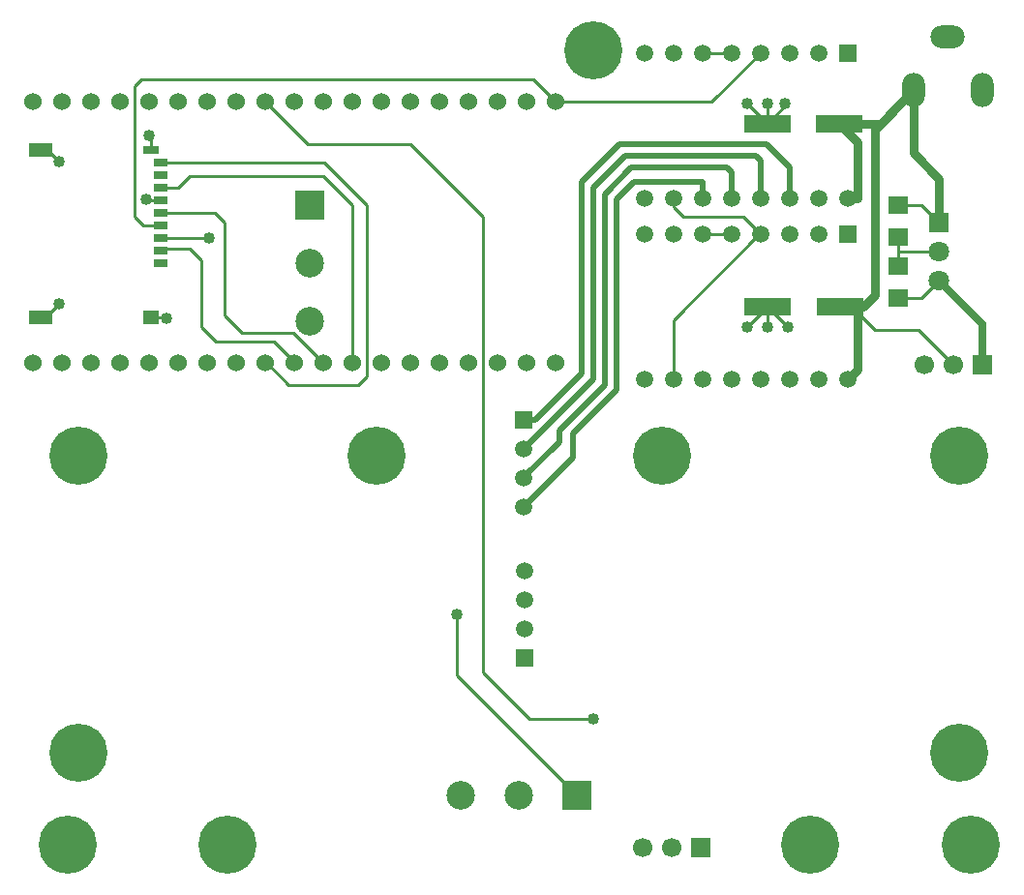
<source format=gbr>
G04 DipTrace 3.3.0.0*
G04 Top.gbr*
%MOIN*%
G04 #@! TF.FileFunction,Copper,L1,Top*
G04 #@! TF.Part,Single*
G04 #@! TA.AperFunction,Conductor*
%ADD14C,0.025*%
%ADD15C,0.02*%
%ADD16C,0.011*%
%ADD17C,0.029528*%
%ADD18C,0.03*%
%ADD22R,0.070866X0.062992*%
%ADD24R,0.163386X0.062992*%
G04 #@! TA.AperFunction,ComponentPad*
%ADD25O,0.07874X0.11811*%
%ADD26O,0.11811X0.07874*%
%ADD27R,0.066929X0.066929*%
%ADD28C,0.066929*%
%ADD29R,0.059055X0.059055*%
%ADD30C,0.059055*%
%ADD31C,0.2*%
%ADD32R,0.070866X0.070866*%
%ADD33C,0.070866*%
%ADD34R,0.098425X0.098425*%
%ADD35C,0.098425*%
%ADD36R,0.059X0.059*%
%ADD37C,0.059*%
%ADD38C,0.06*%
%ADD39R,0.051181X0.027559*%
%ADD40R,0.07874X0.047244*%
%ADD41R,0.055118X0.047244*%
%ADD42R,0.055118X0.031496*%
G04 #@! TA.AperFunction,ViaPad*
%ADD43C,0.04*%
%FSLAX26Y26*%
G04*
G70*
G90*
G75*
G01*
G04 Top*
%LPD*%
X3743386Y2244016D2*
D14*
Y2384016D1*
X3593386Y2534016D1*
X3453386Y2474016D2*
D16*
X3533386D1*
X3593386Y2534016D1*
X3453386Y2683780D2*
Y2634016D1*
Y2584252D1*
X3593386Y2634016D2*
X3453386D1*
X2933386Y3144016D2*
Y3143976D1*
X3001814Y3075549D1*
X3003386Y3144016D2*
Y3077121D1*
X3001814Y3075549D1*
X3063386Y3144016D2*
Y3137121D1*
X3001814Y3075549D1*
X3003386Y2374016D2*
Y2444016D1*
X2933386Y2374016D2*
X3003386Y2444016D1*
X3073386Y2374016D2*
X3003386Y2444016D1*
X498031Y2983780D2*
X523622D1*
X563386Y2944016D1*
X498031Y2405827D2*
X515197D1*
X563386Y2454016D1*
X879921Y2405827D2*
X931575D1*
X933386Y2404016D1*
X879921Y2983780D2*
Y3027480D1*
X873386Y3034016D1*
X913386Y2810551D2*
X866850D1*
X863386Y2814016D1*
X2678386Y2819016D2*
Y2789016D1*
X2713386Y2754016D1*
X2918386D1*
X2978386Y2694016D1*
X2272756Y3149921D2*
X2809291D1*
X2978386Y3319016D1*
Y2694016D2*
X2973386D1*
X2678386Y2399016D1*
Y2194016D1*
X2272756Y3149921D2*
Y3151102D1*
X2195197Y3228661D1*
X846772D1*
X823386Y3205276D1*
Y2754016D1*
X853465Y2723937D1*
X913386D1*
X2403386Y1024016D2*
X2183386D1*
X2023386Y1184016D1*
Y2754016D1*
X1773386Y3004016D1*
X1418661D1*
X1272756Y3149921D1*
X2163386Y2054016D2*
D15*
X2201654D1*
X2362520Y2214882D1*
Y2874331D1*
X2492205Y3004016D1*
X2998386D1*
X3078386Y2924016D1*
Y2819016D1*
X2163386Y1954016D2*
X2160709D1*
X2401890Y2195197D1*
Y2852520D1*
X2513386Y2964016D1*
X2963386D1*
X2978386Y2949016D1*
Y2819016D1*
X2878386D2*
Y2909016D1*
X2863386Y2924016D1*
X2533386D1*
X2441260Y2831890D1*
Y2175512D1*
X2283780Y2018031D1*
Y1978661D1*
X2159134Y1854016D1*
X2163386D1*
X2778386Y2819016D2*
Y2874016D1*
X2543386D1*
X2483386Y2814016D1*
Y2158583D1*
X2332992Y2008189D1*
Y1923622D1*
X2163386Y1754016D1*
X2778386Y3319016D2*
D16*
X2878386D1*
X913386Y2940472D2*
X1476929D1*
X1623386Y2794016D1*
Y2204016D1*
X1593386Y2174016D1*
X1353386D1*
X1277480Y2249921D1*
X1272756D1*
X1933386Y1384016D2*
Y1174016D1*
X2213386Y894016D1*
Y892756D1*
X2345984Y760157D1*
X913386Y2680630D2*
X1080000D1*
X2778386Y2694016D2*
X2878386D1*
X1372756Y2249921D2*
Y2254646D1*
X1303386Y2324016D1*
X1103386D1*
X1053386Y2374016D1*
Y2604016D1*
X1013386Y2644016D1*
X920079D1*
X913386Y2637323D1*
Y2853858D2*
X973228D1*
X1013386Y2894016D1*
X1473386D1*
X1572756Y2794646D1*
Y2249921D1*
X913386Y2767244D2*
X1100157D1*
X1133386Y2734016D1*
Y2414016D1*
X1193386Y2354016D1*
X1368661D1*
X1472756Y2249921D1*
X3251417Y2444016D2*
D17*
X3313386D1*
Y2229016D1*
X3278386Y2194016D1*
Y2819016D2*
X3313386D1*
Y3012008D1*
X3249845Y3075549D1*
X3504252Y3189291D2*
D18*
Y2973150D1*
X3593386Y2884016D1*
Y2734016D1*
X3249845Y3075549D2*
X3390509D1*
X3430787Y3115827D1*
X3504252Y3189291D1*
X3251417Y2444016D2*
X3333386D1*
X3373386Y2484016D1*
Y3054016D1*
X3435197Y3115827D1*
X3430787D1*
X3643386Y2244016D2*
D16*
X3523386Y2364016D1*
X3373386D1*
X3303386Y2434016D1*
X3251417D1*
Y2444016D1*
X3453386Y2794016D2*
X3533386D1*
X3593386Y2734016D1*
D43*
X2403386Y1024016D3*
X1933386Y1384016D3*
X1080000Y2680630D3*
X2933386Y3144016D3*
X3003386D3*
X3063386D3*
X3003386Y2374016D3*
X2933386D3*
X3073386D3*
X563386Y2944016D3*
Y2454016D3*
X873386Y3034016D3*
X933386Y2404016D3*
X863386Y2814016D3*
D22*
X3453386Y2794016D3*
Y2683780D3*
Y2474016D3*
Y2584252D3*
D24*
X3001814Y3075549D3*
X3249845D3*
X3003386Y2444016D3*
X3251417D3*
D25*
X3504252Y3189291D3*
X3740472D3*
D26*
X3622362Y3374331D3*
D27*
X3743386Y2244016D3*
D28*
X3643386D3*
X3543386D3*
D27*
X2770640Y581496D3*
D28*
X2670640D3*
X2570640D3*
D29*
X2163386Y2054016D3*
D30*
Y1954016D3*
Y1854016D3*
Y1754016D3*
D29*
X2165669Y1235748D3*
D30*
Y1335748D3*
Y1435748D3*
Y1535748D3*
D31*
X630236Y1929449D3*
Y905827D3*
X1653858Y1929449D3*
X1142047Y590866D3*
X3661732Y905827D3*
X2638110Y1929449D3*
X3661732D3*
X3149921Y590866D3*
D32*
X3593386Y2734016D3*
D33*
Y2634016D3*
Y2534016D3*
D34*
X1426199Y2794803D3*
D35*
Y2594803D3*
Y2394803D3*
D34*
X2345984Y760157D3*
D35*
X2145984D3*
X1945984D3*
D36*
X3278386Y3319016D3*
D37*
X3178386D3*
X3078386D3*
X2978386D3*
X2878386D3*
X2778386D3*
X2678386D3*
X2578386D3*
Y2819016D3*
X2678386D3*
X2778386D3*
X2878386D3*
X2978386D3*
X3078386D3*
X3178386D3*
X3278386D3*
D36*
Y2694016D3*
D37*
X3178386D3*
X3078386D3*
X2978386D3*
X2878386D3*
X2778386D3*
X2678386D3*
X2578386D3*
Y2194016D3*
X2678386D3*
X2778386D3*
X2878386D3*
X2978386D3*
X3078386D3*
X3178386D3*
X3278386D3*
D38*
X472756Y3149921D3*
X572756D3*
X672756D3*
X772756D3*
X872756D3*
X972756D3*
X1072756D3*
X1172756D3*
X1272756D3*
X1372756D3*
X1472756D3*
X1572756D3*
X1672756D3*
X1772756D3*
X1872756D3*
X1972756D3*
X2072756D3*
X2172756D3*
X2272756D3*
X472756Y2249921D3*
X572756D3*
X672756D3*
X772756D3*
X872756D3*
X972756D3*
X1072756D3*
X1172756D3*
X1272756D3*
X1372756D3*
X1472756D3*
X1572756D3*
X1672756D3*
X1772756D3*
X1872756D3*
X1972756D3*
X2072756D3*
X2172756D3*
X2272756D3*
D39*
X913386Y2594016D3*
Y2637323D3*
Y2680630D3*
Y2723937D3*
Y2767244D3*
Y2810551D3*
Y2853858D3*
Y2897165D3*
Y2940472D3*
D40*
X498031Y2405827D3*
D41*
X879921D3*
D42*
Y2983780D3*
D40*
X498031D3*
D31*
X590866Y590866D3*
X3701102D3*
X2401890Y3327087D3*
M02*

</source>
